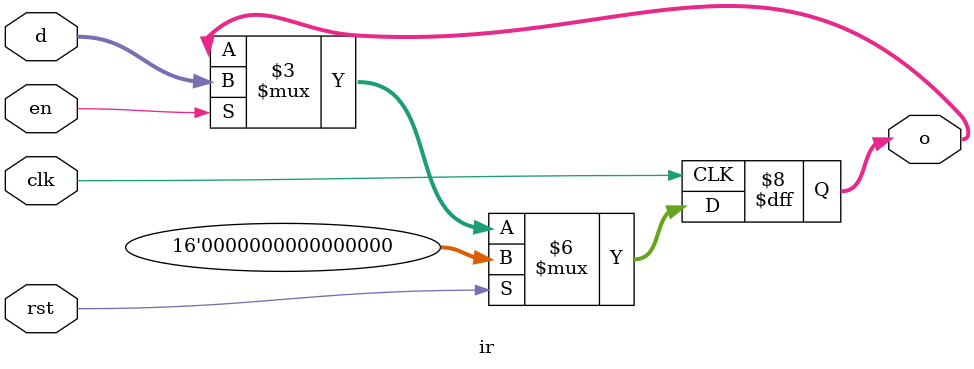
<source format=v>
/* Instruction Register */

`timescale 1ns/1ns

`ifndef _ir
`define _ir

module ir(
  input clk,          // clock
  input rst,          // reset
  input en,           // read enable
  input [15:0] d,     // pc data
  output reg [15:0] o // pc out
);

always @(posedge clk) begin
  if(rst)      o <= 16'b0;
  else if(en)  o <= d;
  else         o <= o;
end

endmodule

`endif
</source>
